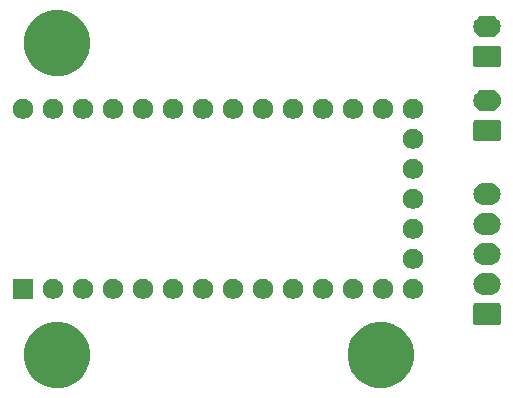
<source format=gts>
G04 #@! TF.GenerationSoftware,KiCad,Pcbnew,5.1.2*
G04 #@! TF.CreationDate,2019-05-29T15:55:21-05:00*
G04 #@! TF.ProjectId,VaneController,56616e65-436f-46e7-9472-6f6c6c65722e,rev?*
G04 #@! TF.SameCoordinates,Original*
G04 #@! TF.FileFunction,Soldermask,Top*
G04 #@! TF.FilePolarity,Negative*
%FSLAX46Y46*%
G04 Gerber Fmt 4.6, Leading zero omitted, Abs format (unit mm)*
G04 Created by KiCad (PCBNEW 5.1.2) date 2019-05-29 15:55:21*
%MOMM*%
%LPD*%
G04 APERTURE LIST*
%ADD10C,0.100000*%
G04 APERTURE END LIST*
D10*
G36*
X181817021Y-68506640D02*
G01*
X182180103Y-68657034D01*
X182326771Y-68717786D01*
X182785534Y-69024321D01*
X183175679Y-69414466D01*
X183482214Y-69873229D01*
X183482215Y-69873231D01*
X183693360Y-70382979D01*
X183801000Y-70924124D01*
X183801000Y-71475876D01*
X183693360Y-72017021D01*
X183482215Y-72526769D01*
X183482214Y-72526771D01*
X183175679Y-72985534D01*
X182785534Y-73375679D01*
X182326771Y-73682214D01*
X182326770Y-73682215D01*
X182326769Y-73682215D01*
X181817021Y-73893360D01*
X181275876Y-74001000D01*
X180724124Y-74001000D01*
X180182979Y-73893360D01*
X179673231Y-73682215D01*
X179673230Y-73682215D01*
X179673229Y-73682214D01*
X179214466Y-73375679D01*
X178824321Y-72985534D01*
X178517786Y-72526771D01*
X178517785Y-72526769D01*
X178306640Y-72017021D01*
X178199000Y-71475876D01*
X178199000Y-70924124D01*
X178306640Y-70382979D01*
X178517785Y-69873231D01*
X178517786Y-69873229D01*
X178824321Y-69414466D01*
X179214466Y-69024321D01*
X179673229Y-68717786D01*
X179819897Y-68657034D01*
X180182979Y-68506640D01*
X180724124Y-68399000D01*
X181275876Y-68399000D01*
X181817021Y-68506640D01*
X181817021Y-68506640D01*
G37*
G36*
X154417021Y-68506640D02*
G01*
X154780103Y-68657034D01*
X154926771Y-68717786D01*
X155385534Y-69024321D01*
X155775679Y-69414466D01*
X156082214Y-69873229D01*
X156082215Y-69873231D01*
X156293360Y-70382979D01*
X156401000Y-70924124D01*
X156401000Y-71475876D01*
X156293360Y-72017021D01*
X156082215Y-72526769D01*
X156082214Y-72526771D01*
X155775679Y-72985534D01*
X155385534Y-73375679D01*
X154926771Y-73682214D01*
X154926770Y-73682215D01*
X154926769Y-73682215D01*
X154417021Y-73893360D01*
X153875876Y-74001000D01*
X153324124Y-74001000D01*
X152782979Y-73893360D01*
X152273231Y-73682215D01*
X152273230Y-73682215D01*
X152273229Y-73682214D01*
X151814466Y-73375679D01*
X151424321Y-72985534D01*
X151117786Y-72526771D01*
X151117785Y-72526769D01*
X150906640Y-72017021D01*
X150799000Y-71475876D01*
X150799000Y-70924124D01*
X150906640Y-70382979D01*
X151117785Y-69873231D01*
X151117786Y-69873229D01*
X151424321Y-69414466D01*
X151814466Y-69024321D01*
X152273229Y-68717786D01*
X152419897Y-68657034D01*
X152782979Y-68506640D01*
X153324124Y-68399000D01*
X153875876Y-68399000D01*
X154417021Y-68506640D01*
X154417021Y-68506640D01*
G37*
G36*
X191001561Y-66822966D02*
G01*
X191034383Y-66832923D01*
X191064632Y-66849092D01*
X191091148Y-66870852D01*
X191112908Y-66897368D01*
X191129077Y-66927617D01*
X191139034Y-66960439D01*
X191143000Y-67000713D01*
X191143000Y-68479287D01*
X191139034Y-68519561D01*
X191129077Y-68552383D01*
X191112908Y-68582632D01*
X191091148Y-68609148D01*
X191064632Y-68630908D01*
X191034383Y-68647077D01*
X191001561Y-68657034D01*
X190961287Y-68661000D01*
X189022713Y-68661000D01*
X188982439Y-68657034D01*
X188949617Y-68647077D01*
X188919368Y-68630908D01*
X188892852Y-68609148D01*
X188871092Y-68582632D01*
X188854923Y-68552383D01*
X188844966Y-68519561D01*
X188841000Y-68479287D01*
X188841000Y-67000713D01*
X188844966Y-66960439D01*
X188854923Y-66927617D01*
X188871092Y-66897368D01*
X188892852Y-66870852D01*
X188919368Y-66849092D01*
X188949617Y-66832923D01*
X188982439Y-66822966D01*
X189022713Y-66819000D01*
X190961287Y-66819000D01*
X191001561Y-66822966D01*
X191001561Y-66822966D01*
G37*
G36*
X153485229Y-64788704D02*
G01*
X153640101Y-64852854D01*
X153779482Y-64945986D01*
X153898016Y-65064520D01*
X153991148Y-65203901D01*
X154055298Y-65358773D01*
X154088001Y-65523185D01*
X154088001Y-65690817D01*
X154055298Y-65855229D01*
X153991148Y-66010101D01*
X153898016Y-66149482D01*
X153779482Y-66268016D01*
X153640101Y-66361148D01*
X153485229Y-66425298D01*
X153320817Y-66458001D01*
X153153185Y-66458001D01*
X152988773Y-66425298D01*
X152833901Y-66361148D01*
X152694520Y-66268016D01*
X152575986Y-66149482D01*
X152482854Y-66010101D01*
X152418704Y-65855229D01*
X152386001Y-65690817D01*
X152386001Y-65523185D01*
X152418704Y-65358773D01*
X152482854Y-65203901D01*
X152575986Y-65064520D01*
X152694520Y-64945986D01*
X152833901Y-64852854D01*
X152988773Y-64788704D01*
X153153185Y-64756001D01*
X153320817Y-64756001D01*
X153485229Y-64788704D01*
X153485229Y-64788704D01*
G37*
G36*
X151548001Y-66458001D02*
G01*
X149846001Y-66458001D01*
X149846001Y-64756001D01*
X151548001Y-64756001D01*
X151548001Y-66458001D01*
X151548001Y-66458001D01*
G37*
G36*
X183965229Y-64788704D02*
G01*
X184120101Y-64852854D01*
X184259482Y-64945986D01*
X184378016Y-65064520D01*
X184471148Y-65203901D01*
X184535298Y-65358773D01*
X184568001Y-65523185D01*
X184568001Y-65690817D01*
X184535298Y-65855229D01*
X184471148Y-66010101D01*
X184378016Y-66149482D01*
X184259482Y-66268016D01*
X184120101Y-66361148D01*
X183965229Y-66425298D01*
X183800817Y-66458001D01*
X183633185Y-66458001D01*
X183468773Y-66425298D01*
X183313901Y-66361148D01*
X183174520Y-66268016D01*
X183055986Y-66149482D01*
X182962854Y-66010101D01*
X182898704Y-65855229D01*
X182866001Y-65690817D01*
X182866001Y-65523185D01*
X182898704Y-65358773D01*
X182962854Y-65203901D01*
X183055986Y-65064520D01*
X183174520Y-64945986D01*
X183313901Y-64852854D01*
X183468773Y-64788704D01*
X183633185Y-64756001D01*
X183800817Y-64756001D01*
X183965229Y-64788704D01*
X183965229Y-64788704D01*
G37*
G36*
X181425229Y-64788704D02*
G01*
X181580101Y-64852854D01*
X181719482Y-64945986D01*
X181838016Y-65064520D01*
X181931148Y-65203901D01*
X181995298Y-65358773D01*
X182028001Y-65523185D01*
X182028001Y-65690817D01*
X181995298Y-65855229D01*
X181931148Y-66010101D01*
X181838016Y-66149482D01*
X181719482Y-66268016D01*
X181580101Y-66361148D01*
X181425229Y-66425298D01*
X181260817Y-66458001D01*
X181093185Y-66458001D01*
X180928773Y-66425298D01*
X180773901Y-66361148D01*
X180634520Y-66268016D01*
X180515986Y-66149482D01*
X180422854Y-66010101D01*
X180358704Y-65855229D01*
X180326001Y-65690817D01*
X180326001Y-65523185D01*
X180358704Y-65358773D01*
X180422854Y-65203901D01*
X180515986Y-65064520D01*
X180634520Y-64945986D01*
X180773901Y-64852854D01*
X180928773Y-64788704D01*
X181093185Y-64756001D01*
X181260817Y-64756001D01*
X181425229Y-64788704D01*
X181425229Y-64788704D01*
G37*
G36*
X178885229Y-64788704D02*
G01*
X179040101Y-64852854D01*
X179179482Y-64945986D01*
X179298016Y-65064520D01*
X179391148Y-65203901D01*
X179455298Y-65358773D01*
X179488001Y-65523185D01*
X179488001Y-65690817D01*
X179455298Y-65855229D01*
X179391148Y-66010101D01*
X179298016Y-66149482D01*
X179179482Y-66268016D01*
X179040101Y-66361148D01*
X178885229Y-66425298D01*
X178720817Y-66458001D01*
X178553185Y-66458001D01*
X178388773Y-66425298D01*
X178233901Y-66361148D01*
X178094520Y-66268016D01*
X177975986Y-66149482D01*
X177882854Y-66010101D01*
X177818704Y-65855229D01*
X177786001Y-65690817D01*
X177786001Y-65523185D01*
X177818704Y-65358773D01*
X177882854Y-65203901D01*
X177975986Y-65064520D01*
X178094520Y-64945986D01*
X178233901Y-64852854D01*
X178388773Y-64788704D01*
X178553185Y-64756001D01*
X178720817Y-64756001D01*
X178885229Y-64788704D01*
X178885229Y-64788704D01*
G37*
G36*
X176345229Y-64788704D02*
G01*
X176500101Y-64852854D01*
X176639482Y-64945986D01*
X176758016Y-65064520D01*
X176851148Y-65203901D01*
X176915298Y-65358773D01*
X176948001Y-65523185D01*
X176948001Y-65690817D01*
X176915298Y-65855229D01*
X176851148Y-66010101D01*
X176758016Y-66149482D01*
X176639482Y-66268016D01*
X176500101Y-66361148D01*
X176345229Y-66425298D01*
X176180817Y-66458001D01*
X176013185Y-66458001D01*
X175848773Y-66425298D01*
X175693901Y-66361148D01*
X175554520Y-66268016D01*
X175435986Y-66149482D01*
X175342854Y-66010101D01*
X175278704Y-65855229D01*
X175246001Y-65690817D01*
X175246001Y-65523185D01*
X175278704Y-65358773D01*
X175342854Y-65203901D01*
X175435986Y-65064520D01*
X175554520Y-64945986D01*
X175693901Y-64852854D01*
X175848773Y-64788704D01*
X176013185Y-64756001D01*
X176180817Y-64756001D01*
X176345229Y-64788704D01*
X176345229Y-64788704D01*
G37*
G36*
X173805229Y-64788704D02*
G01*
X173960101Y-64852854D01*
X174099482Y-64945986D01*
X174218016Y-65064520D01*
X174311148Y-65203901D01*
X174375298Y-65358773D01*
X174408001Y-65523185D01*
X174408001Y-65690817D01*
X174375298Y-65855229D01*
X174311148Y-66010101D01*
X174218016Y-66149482D01*
X174099482Y-66268016D01*
X173960101Y-66361148D01*
X173805229Y-66425298D01*
X173640817Y-66458001D01*
X173473185Y-66458001D01*
X173308773Y-66425298D01*
X173153901Y-66361148D01*
X173014520Y-66268016D01*
X172895986Y-66149482D01*
X172802854Y-66010101D01*
X172738704Y-65855229D01*
X172706001Y-65690817D01*
X172706001Y-65523185D01*
X172738704Y-65358773D01*
X172802854Y-65203901D01*
X172895986Y-65064520D01*
X173014520Y-64945986D01*
X173153901Y-64852854D01*
X173308773Y-64788704D01*
X173473185Y-64756001D01*
X173640817Y-64756001D01*
X173805229Y-64788704D01*
X173805229Y-64788704D01*
G37*
G36*
X171265229Y-64788704D02*
G01*
X171420101Y-64852854D01*
X171559482Y-64945986D01*
X171678016Y-65064520D01*
X171771148Y-65203901D01*
X171835298Y-65358773D01*
X171868001Y-65523185D01*
X171868001Y-65690817D01*
X171835298Y-65855229D01*
X171771148Y-66010101D01*
X171678016Y-66149482D01*
X171559482Y-66268016D01*
X171420101Y-66361148D01*
X171265229Y-66425298D01*
X171100817Y-66458001D01*
X170933185Y-66458001D01*
X170768773Y-66425298D01*
X170613901Y-66361148D01*
X170474520Y-66268016D01*
X170355986Y-66149482D01*
X170262854Y-66010101D01*
X170198704Y-65855229D01*
X170166001Y-65690817D01*
X170166001Y-65523185D01*
X170198704Y-65358773D01*
X170262854Y-65203901D01*
X170355986Y-65064520D01*
X170474520Y-64945986D01*
X170613901Y-64852854D01*
X170768773Y-64788704D01*
X170933185Y-64756001D01*
X171100817Y-64756001D01*
X171265229Y-64788704D01*
X171265229Y-64788704D01*
G37*
G36*
X168725229Y-64788704D02*
G01*
X168880101Y-64852854D01*
X169019482Y-64945986D01*
X169138016Y-65064520D01*
X169231148Y-65203901D01*
X169295298Y-65358773D01*
X169328001Y-65523185D01*
X169328001Y-65690817D01*
X169295298Y-65855229D01*
X169231148Y-66010101D01*
X169138016Y-66149482D01*
X169019482Y-66268016D01*
X168880101Y-66361148D01*
X168725229Y-66425298D01*
X168560817Y-66458001D01*
X168393185Y-66458001D01*
X168228773Y-66425298D01*
X168073901Y-66361148D01*
X167934520Y-66268016D01*
X167815986Y-66149482D01*
X167722854Y-66010101D01*
X167658704Y-65855229D01*
X167626001Y-65690817D01*
X167626001Y-65523185D01*
X167658704Y-65358773D01*
X167722854Y-65203901D01*
X167815986Y-65064520D01*
X167934520Y-64945986D01*
X168073901Y-64852854D01*
X168228773Y-64788704D01*
X168393185Y-64756001D01*
X168560817Y-64756001D01*
X168725229Y-64788704D01*
X168725229Y-64788704D01*
G37*
G36*
X166185229Y-64788704D02*
G01*
X166340101Y-64852854D01*
X166479482Y-64945986D01*
X166598016Y-65064520D01*
X166691148Y-65203901D01*
X166755298Y-65358773D01*
X166788001Y-65523185D01*
X166788001Y-65690817D01*
X166755298Y-65855229D01*
X166691148Y-66010101D01*
X166598016Y-66149482D01*
X166479482Y-66268016D01*
X166340101Y-66361148D01*
X166185229Y-66425298D01*
X166020817Y-66458001D01*
X165853185Y-66458001D01*
X165688773Y-66425298D01*
X165533901Y-66361148D01*
X165394520Y-66268016D01*
X165275986Y-66149482D01*
X165182854Y-66010101D01*
X165118704Y-65855229D01*
X165086001Y-65690817D01*
X165086001Y-65523185D01*
X165118704Y-65358773D01*
X165182854Y-65203901D01*
X165275986Y-65064520D01*
X165394520Y-64945986D01*
X165533901Y-64852854D01*
X165688773Y-64788704D01*
X165853185Y-64756001D01*
X166020817Y-64756001D01*
X166185229Y-64788704D01*
X166185229Y-64788704D01*
G37*
G36*
X163645229Y-64788704D02*
G01*
X163800101Y-64852854D01*
X163939482Y-64945986D01*
X164058016Y-65064520D01*
X164151148Y-65203901D01*
X164215298Y-65358773D01*
X164248001Y-65523185D01*
X164248001Y-65690817D01*
X164215298Y-65855229D01*
X164151148Y-66010101D01*
X164058016Y-66149482D01*
X163939482Y-66268016D01*
X163800101Y-66361148D01*
X163645229Y-66425298D01*
X163480817Y-66458001D01*
X163313185Y-66458001D01*
X163148773Y-66425298D01*
X162993901Y-66361148D01*
X162854520Y-66268016D01*
X162735986Y-66149482D01*
X162642854Y-66010101D01*
X162578704Y-65855229D01*
X162546001Y-65690817D01*
X162546001Y-65523185D01*
X162578704Y-65358773D01*
X162642854Y-65203901D01*
X162735986Y-65064520D01*
X162854520Y-64945986D01*
X162993901Y-64852854D01*
X163148773Y-64788704D01*
X163313185Y-64756001D01*
X163480817Y-64756001D01*
X163645229Y-64788704D01*
X163645229Y-64788704D01*
G37*
G36*
X161105229Y-64788704D02*
G01*
X161260101Y-64852854D01*
X161399482Y-64945986D01*
X161518016Y-65064520D01*
X161611148Y-65203901D01*
X161675298Y-65358773D01*
X161708001Y-65523185D01*
X161708001Y-65690817D01*
X161675298Y-65855229D01*
X161611148Y-66010101D01*
X161518016Y-66149482D01*
X161399482Y-66268016D01*
X161260101Y-66361148D01*
X161105229Y-66425298D01*
X160940817Y-66458001D01*
X160773185Y-66458001D01*
X160608773Y-66425298D01*
X160453901Y-66361148D01*
X160314520Y-66268016D01*
X160195986Y-66149482D01*
X160102854Y-66010101D01*
X160038704Y-65855229D01*
X160006001Y-65690817D01*
X160006001Y-65523185D01*
X160038704Y-65358773D01*
X160102854Y-65203901D01*
X160195986Y-65064520D01*
X160314520Y-64945986D01*
X160453901Y-64852854D01*
X160608773Y-64788704D01*
X160773185Y-64756001D01*
X160940817Y-64756001D01*
X161105229Y-64788704D01*
X161105229Y-64788704D01*
G37*
G36*
X158565229Y-64788704D02*
G01*
X158720101Y-64852854D01*
X158859482Y-64945986D01*
X158978016Y-65064520D01*
X159071148Y-65203901D01*
X159135298Y-65358773D01*
X159168001Y-65523185D01*
X159168001Y-65690817D01*
X159135298Y-65855229D01*
X159071148Y-66010101D01*
X158978016Y-66149482D01*
X158859482Y-66268016D01*
X158720101Y-66361148D01*
X158565229Y-66425298D01*
X158400817Y-66458001D01*
X158233185Y-66458001D01*
X158068773Y-66425298D01*
X157913901Y-66361148D01*
X157774520Y-66268016D01*
X157655986Y-66149482D01*
X157562854Y-66010101D01*
X157498704Y-65855229D01*
X157466001Y-65690817D01*
X157466001Y-65523185D01*
X157498704Y-65358773D01*
X157562854Y-65203901D01*
X157655986Y-65064520D01*
X157774520Y-64945986D01*
X157913901Y-64852854D01*
X158068773Y-64788704D01*
X158233185Y-64756001D01*
X158400817Y-64756001D01*
X158565229Y-64788704D01*
X158565229Y-64788704D01*
G37*
G36*
X156025229Y-64788704D02*
G01*
X156180101Y-64852854D01*
X156319482Y-64945986D01*
X156438016Y-65064520D01*
X156531148Y-65203901D01*
X156595298Y-65358773D01*
X156628001Y-65523185D01*
X156628001Y-65690817D01*
X156595298Y-65855229D01*
X156531148Y-66010101D01*
X156438016Y-66149482D01*
X156319482Y-66268016D01*
X156180101Y-66361148D01*
X156025229Y-66425298D01*
X155860817Y-66458001D01*
X155693185Y-66458001D01*
X155528773Y-66425298D01*
X155373901Y-66361148D01*
X155234520Y-66268016D01*
X155115986Y-66149482D01*
X155022854Y-66010101D01*
X154958704Y-65855229D01*
X154926001Y-65690817D01*
X154926001Y-65523185D01*
X154958704Y-65358773D01*
X155022854Y-65203901D01*
X155115986Y-65064520D01*
X155234520Y-64945986D01*
X155373901Y-64852854D01*
X155528773Y-64788704D01*
X155693185Y-64756001D01*
X155860817Y-64756001D01*
X156025229Y-64788704D01*
X156025229Y-64788704D01*
G37*
G36*
X190312345Y-64283442D02*
G01*
X190402548Y-64292326D01*
X190576157Y-64344990D01*
X190736156Y-64430511D01*
X190779729Y-64466271D01*
X190876397Y-64545603D01*
X190955729Y-64642271D01*
X190991489Y-64685844D01*
X191077010Y-64845843D01*
X191129674Y-65019452D01*
X191147456Y-65200000D01*
X191129674Y-65380548D01*
X191077010Y-65554157D01*
X190991489Y-65714156D01*
X190955729Y-65757729D01*
X190876397Y-65854397D01*
X190779729Y-65933729D01*
X190736156Y-65969489D01*
X190576157Y-66055010D01*
X190402548Y-66107674D01*
X190312345Y-66116558D01*
X190267245Y-66121000D01*
X189716755Y-66121000D01*
X189671655Y-66116558D01*
X189581452Y-66107674D01*
X189407843Y-66055010D01*
X189247844Y-65969489D01*
X189204271Y-65933729D01*
X189107603Y-65854397D01*
X189028271Y-65757729D01*
X188992511Y-65714156D01*
X188906990Y-65554157D01*
X188854326Y-65380548D01*
X188836544Y-65200000D01*
X188854326Y-65019452D01*
X188906990Y-64845843D01*
X188992511Y-64685844D01*
X189028271Y-64642271D01*
X189107603Y-64545603D01*
X189204271Y-64466271D01*
X189247844Y-64430511D01*
X189407843Y-64344990D01*
X189581452Y-64292326D01*
X189671655Y-64283442D01*
X189716755Y-64279000D01*
X190267245Y-64279000D01*
X190312345Y-64283442D01*
X190312345Y-64283442D01*
G37*
G36*
X183965229Y-62248704D02*
G01*
X184120101Y-62312854D01*
X184259482Y-62405986D01*
X184378016Y-62524520D01*
X184471148Y-62663901D01*
X184535298Y-62818773D01*
X184568001Y-62983185D01*
X184568001Y-63150817D01*
X184535298Y-63315229D01*
X184471148Y-63470101D01*
X184378016Y-63609482D01*
X184259482Y-63728016D01*
X184120101Y-63821148D01*
X183965229Y-63885298D01*
X183800817Y-63918001D01*
X183633185Y-63918001D01*
X183468773Y-63885298D01*
X183313901Y-63821148D01*
X183174520Y-63728016D01*
X183055986Y-63609482D01*
X182962854Y-63470101D01*
X182898704Y-63315229D01*
X182866001Y-63150817D01*
X182866001Y-62983185D01*
X182898704Y-62818773D01*
X182962854Y-62663901D01*
X183055986Y-62524520D01*
X183174520Y-62405986D01*
X183313901Y-62312854D01*
X183468773Y-62248704D01*
X183633185Y-62216001D01*
X183800817Y-62216001D01*
X183965229Y-62248704D01*
X183965229Y-62248704D01*
G37*
G36*
X190312345Y-61743442D02*
G01*
X190402548Y-61752326D01*
X190576157Y-61804990D01*
X190736156Y-61890511D01*
X190779729Y-61926271D01*
X190876397Y-62005603D01*
X190955729Y-62102271D01*
X190991489Y-62145844D01*
X191077010Y-62305843D01*
X191129674Y-62479452D01*
X191147456Y-62660000D01*
X191129674Y-62840548D01*
X191077010Y-63014157D01*
X190991489Y-63174156D01*
X190955729Y-63217729D01*
X190876397Y-63314397D01*
X190779729Y-63393729D01*
X190736156Y-63429489D01*
X190576157Y-63515010D01*
X190402548Y-63567674D01*
X190312345Y-63576558D01*
X190267245Y-63581000D01*
X189716755Y-63581000D01*
X189671655Y-63576558D01*
X189581452Y-63567674D01*
X189407843Y-63515010D01*
X189247844Y-63429489D01*
X189204271Y-63393729D01*
X189107603Y-63314397D01*
X189028271Y-63217729D01*
X188992511Y-63174156D01*
X188906990Y-63014157D01*
X188854326Y-62840548D01*
X188836544Y-62660000D01*
X188854326Y-62479452D01*
X188906990Y-62305843D01*
X188992511Y-62145844D01*
X189028271Y-62102271D01*
X189107603Y-62005603D01*
X189204271Y-61926271D01*
X189247844Y-61890511D01*
X189407843Y-61804990D01*
X189581452Y-61752326D01*
X189671655Y-61743442D01*
X189716755Y-61739000D01*
X190267245Y-61739000D01*
X190312345Y-61743442D01*
X190312345Y-61743442D01*
G37*
G36*
X183965229Y-59708704D02*
G01*
X184120101Y-59772854D01*
X184259482Y-59865986D01*
X184378016Y-59984520D01*
X184471148Y-60123901D01*
X184535298Y-60278773D01*
X184568001Y-60443185D01*
X184568001Y-60610817D01*
X184535298Y-60775229D01*
X184471148Y-60930101D01*
X184378016Y-61069482D01*
X184259482Y-61188016D01*
X184120101Y-61281148D01*
X183965229Y-61345298D01*
X183800817Y-61378001D01*
X183633185Y-61378001D01*
X183468773Y-61345298D01*
X183313901Y-61281148D01*
X183174520Y-61188016D01*
X183055986Y-61069482D01*
X182962854Y-60930101D01*
X182898704Y-60775229D01*
X182866001Y-60610817D01*
X182866001Y-60443185D01*
X182898704Y-60278773D01*
X182962854Y-60123901D01*
X183055986Y-59984520D01*
X183174520Y-59865986D01*
X183313901Y-59772854D01*
X183468773Y-59708704D01*
X183633185Y-59676001D01*
X183800817Y-59676001D01*
X183965229Y-59708704D01*
X183965229Y-59708704D01*
G37*
G36*
X190312345Y-59203442D02*
G01*
X190402548Y-59212326D01*
X190576157Y-59264990D01*
X190736156Y-59350511D01*
X190779729Y-59386271D01*
X190876397Y-59465603D01*
X190955729Y-59562271D01*
X190991489Y-59605844D01*
X191077010Y-59765843D01*
X191129674Y-59939452D01*
X191147456Y-60120000D01*
X191129674Y-60300548D01*
X191077010Y-60474157D01*
X190991489Y-60634156D01*
X190955729Y-60677729D01*
X190876397Y-60774397D01*
X190779729Y-60853729D01*
X190736156Y-60889489D01*
X190576157Y-60975010D01*
X190402548Y-61027674D01*
X190312345Y-61036558D01*
X190267245Y-61041000D01*
X189716755Y-61041000D01*
X189671655Y-61036558D01*
X189581452Y-61027674D01*
X189407843Y-60975010D01*
X189247844Y-60889489D01*
X189204271Y-60853729D01*
X189107603Y-60774397D01*
X189028271Y-60677729D01*
X188992511Y-60634156D01*
X188906990Y-60474157D01*
X188854326Y-60300548D01*
X188836544Y-60120000D01*
X188854326Y-59939452D01*
X188906990Y-59765843D01*
X188992511Y-59605844D01*
X189028271Y-59562271D01*
X189107603Y-59465603D01*
X189204271Y-59386271D01*
X189247844Y-59350511D01*
X189407843Y-59264990D01*
X189581452Y-59212326D01*
X189671655Y-59203442D01*
X189716755Y-59199000D01*
X190267245Y-59199000D01*
X190312345Y-59203442D01*
X190312345Y-59203442D01*
G37*
G36*
X183965229Y-57168704D02*
G01*
X184120101Y-57232854D01*
X184259482Y-57325986D01*
X184378016Y-57444520D01*
X184471148Y-57583901D01*
X184535298Y-57738773D01*
X184568001Y-57903185D01*
X184568001Y-58070817D01*
X184535298Y-58235229D01*
X184471148Y-58390101D01*
X184378016Y-58529482D01*
X184259482Y-58648016D01*
X184120101Y-58741148D01*
X183965229Y-58805298D01*
X183800817Y-58838001D01*
X183633185Y-58838001D01*
X183468773Y-58805298D01*
X183313901Y-58741148D01*
X183174520Y-58648016D01*
X183055986Y-58529482D01*
X182962854Y-58390101D01*
X182898704Y-58235229D01*
X182866001Y-58070817D01*
X182866001Y-57903185D01*
X182898704Y-57738773D01*
X182962854Y-57583901D01*
X183055986Y-57444520D01*
X183174520Y-57325986D01*
X183313901Y-57232854D01*
X183468773Y-57168704D01*
X183633185Y-57136001D01*
X183800817Y-57136001D01*
X183965229Y-57168704D01*
X183965229Y-57168704D01*
G37*
G36*
X190312345Y-56663442D02*
G01*
X190402548Y-56672326D01*
X190576157Y-56724990D01*
X190736156Y-56810511D01*
X190779729Y-56846271D01*
X190876397Y-56925603D01*
X190955729Y-57022271D01*
X190991489Y-57065844D01*
X191077010Y-57225843D01*
X191129674Y-57399452D01*
X191147456Y-57580000D01*
X191129674Y-57760548D01*
X191077010Y-57934157D01*
X190991489Y-58094156D01*
X190955729Y-58137729D01*
X190876397Y-58234397D01*
X190779729Y-58313729D01*
X190736156Y-58349489D01*
X190576157Y-58435010D01*
X190402548Y-58487674D01*
X190312345Y-58496558D01*
X190267245Y-58501000D01*
X189716755Y-58501000D01*
X189671655Y-58496558D01*
X189581452Y-58487674D01*
X189407843Y-58435010D01*
X189247844Y-58349489D01*
X189204271Y-58313729D01*
X189107603Y-58234397D01*
X189028271Y-58137729D01*
X188992511Y-58094156D01*
X188906990Y-57934157D01*
X188854326Y-57760548D01*
X188836544Y-57580000D01*
X188854326Y-57399452D01*
X188906990Y-57225843D01*
X188992511Y-57065844D01*
X189028271Y-57022271D01*
X189107603Y-56925603D01*
X189204271Y-56846271D01*
X189247844Y-56810511D01*
X189407843Y-56724990D01*
X189581452Y-56672326D01*
X189671655Y-56663442D01*
X189716755Y-56659000D01*
X190267245Y-56659000D01*
X190312345Y-56663442D01*
X190312345Y-56663442D01*
G37*
G36*
X183965229Y-54628704D02*
G01*
X184120101Y-54692854D01*
X184259482Y-54785986D01*
X184378016Y-54904520D01*
X184471148Y-55043901D01*
X184535298Y-55198773D01*
X184568001Y-55363185D01*
X184568001Y-55530817D01*
X184535298Y-55695229D01*
X184471148Y-55850101D01*
X184378016Y-55989482D01*
X184259482Y-56108016D01*
X184120101Y-56201148D01*
X183965229Y-56265298D01*
X183800817Y-56298001D01*
X183633185Y-56298001D01*
X183468773Y-56265298D01*
X183313901Y-56201148D01*
X183174520Y-56108016D01*
X183055986Y-55989482D01*
X182962854Y-55850101D01*
X182898704Y-55695229D01*
X182866001Y-55530817D01*
X182866001Y-55363185D01*
X182898704Y-55198773D01*
X182962854Y-55043901D01*
X183055986Y-54904520D01*
X183174520Y-54785986D01*
X183313901Y-54692854D01*
X183468773Y-54628704D01*
X183633185Y-54596001D01*
X183800817Y-54596001D01*
X183965229Y-54628704D01*
X183965229Y-54628704D01*
G37*
G36*
X183965229Y-52088704D02*
G01*
X184120101Y-52152854D01*
X184259482Y-52245986D01*
X184378016Y-52364520D01*
X184471148Y-52503901D01*
X184535298Y-52658773D01*
X184568001Y-52823185D01*
X184568001Y-52990817D01*
X184535298Y-53155229D01*
X184471148Y-53310101D01*
X184378016Y-53449482D01*
X184259482Y-53568016D01*
X184120101Y-53661148D01*
X183965229Y-53725298D01*
X183800817Y-53758001D01*
X183633185Y-53758001D01*
X183468773Y-53725298D01*
X183313901Y-53661148D01*
X183174520Y-53568016D01*
X183055986Y-53449482D01*
X182962854Y-53310101D01*
X182898704Y-53155229D01*
X182866001Y-52990817D01*
X182866001Y-52823185D01*
X182898704Y-52658773D01*
X182962854Y-52503901D01*
X183055986Y-52364520D01*
X183174520Y-52245986D01*
X183313901Y-52152854D01*
X183468773Y-52088704D01*
X183633185Y-52056001D01*
X183800817Y-52056001D01*
X183965229Y-52088704D01*
X183965229Y-52088704D01*
G37*
G36*
X191009561Y-51282966D02*
G01*
X191042383Y-51292923D01*
X191072632Y-51309092D01*
X191099148Y-51330852D01*
X191120908Y-51357368D01*
X191137077Y-51387617D01*
X191147034Y-51420439D01*
X191151000Y-51460713D01*
X191151000Y-52939287D01*
X191147034Y-52979561D01*
X191137077Y-53012383D01*
X191120908Y-53042632D01*
X191099148Y-53069148D01*
X191072632Y-53090908D01*
X191042383Y-53107077D01*
X191009561Y-53117034D01*
X190969287Y-53121000D01*
X189030713Y-53121000D01*
X188990439Y-53117034D01*
X188957617Y-53107077D01*
X188927368Y-53090908D01*
X188900852Y-53069148D01*
X188879092Y-53042632D01*
X188862923Y-53012383D01*
X188852966Y-52979561D01*
X188849000Y-52939287D01*
X188849000Y-51460713D01*
X188852966Y-51420439D01*
X188862923Y-51387617D01*
X188879092Y-51357368D01*
X188900852Y-51330852D01*
X188927368Y-51309092D01*
X188957617Y-51292923D01*
X188990439Y-51282966D01*
X189030713Y-51279000D01*
X190969287Y-51279000D01*
X191009561Y-51282966D01*
X191009561Y-51282966D01*
G37*
G36*
X168725229Y-49548704D02*
G01*
X168880101Y-49612854D01*
X169019482Y-49705986D01*
X169138016Y-49824520D01*
X169231148Y-49963901D01*
X169295298Y-50118773D01*
X169328001Y-50283185D01*
X169328001Y-50450817D01*
X169295298Y-50615229D01*
X169231148Y-50770101D01*
X169138016Y-50909482D01*
X169019482Y-51028016D01*
X168880101Y-51121148D01*
X168725229Y-51185298D01*
X168560817Y-51218001D01*
X168393185Y-51218001D01*
X168228773Y-51185298D01*
X168073901Y-51121148D01*
X167934520Y-51028016D01*
X167815986Y-50909482D01*
X167722854Y-50770101D01*
X167658704Y-50615229D01*
X167626001Y-50450817D01*
X167626001Y-50283185D01*
X167658704Y-50118773D01*
X167722854Y-49963901D01*
X167815986Y-49824520D01*
X167934520Y-49705986D01*
X168073901Y-49612854D01*
X168228773Y-49548704D01*
X168393185Y-49516001D01*
X168560817Y-49516001D01*
X168725229Y-49548704D01*
X168725229Y-49548704D01*
G37*
G36*
X166185229Y-49548704D02*
G01*
X166340101Y-49612854D01*
X166479482Y-49705986D01*
X166598016Y-49824520D01*
X166691148Y-49963901D01*
X166755298Y-50118773D01*
X166788001Y-50283185D01*
X166788001Y-50450817D01*
X166755298Y-50615229D01*
X166691148Y-50770101D01*
X166598016Y-50909482D01*
X166479482Y-51028016D01*
X166340101Y-51121148D01*
X166185229Y-51185298D01*
X166020817Y-51218001D01*
X165853185Y-51218001D01*
X165688773Y-51185298D01*
X165533901Y-51121148D01*
X165394520Y-51028016D01*
X165275986Y-50909482D01*
X165182854Y-50770101D01*
X165118704Y-50615229D01*
X165086001Y-50450817D01*
X165086001Y-50283185D01*
X165118704Y-50118773D01*
X165182854Y-49963901D01*
X165275986Y-49824520D01*
X165394520Y-49705986D01*
X165533901Y-49612854D01*
X165688773Y-49548704D01*
X165853185Y-49516001D01*
X166020817Y-49516001D01*
X166185229Y-49548704D01*
X166185229Y-49548704D01*
G37*
G36*
X171265229Y-49548704D02*
G01*
X171420101Y-49612854D01*
X171559482Y-49705986D01*
X171678016Y-49824520D01*
X171771148Y-49963901D01*
X171835298Y-50118773D01*
X171868001Y-50283185D01*
X171868001Y-50450817D01*
X171835298Y-50615229D01*
X171771148Y-50770101D01*
X171678016Y-50909482D01*
X171559482Y-51028016D01*
X171420101Y-51121148D01*
X171265229Y-51185298D01*
X171100817Y-51218001D01*
X170933185Y-51218001D01*
X170768773Y-51185298D01*
X170613901Y-51121148D01*
X170474520Y-51028016D01*
X170355986Y-50909482D01*
X170262854Y-50770101D01*
X170198704Y-50615229D01*
X170166001Y-50450817D01*
X170166001Y-50283185D01*
X170198704Y-50118773D01*
X170262854Y-49963901D01*
X170355986Y-49824520D01*
X170474520Y-49705986D01*
X170613901Y-49612854D01*
X170768773Y-49548704D01*
X170933185Y-49516001D01*
X171100817Y-49516001D01*
X171265229Y-49548704D01*
X171265229Y-49548704D01*
G37*
G36*
X173805229Y-49548704D02*
G01*
X173960101Y-49612854D01*
X174099482Y-49705986D01*
X174218016Y-49824520D01*
X174311148Y-49963901D01*
X174375298Y-50118773D01*
X174408001Y-50283185D01*
X174408001Y-50450817D01*
X174375298Y-50615229D01*
X174311148Y-50770101D01*
X174218016Y-50909482D01*
X174099482Y-51028016D01*
X173960101Y-51121148D01*
X173805229Y-51185298D01*
X173640817Y-51218001D01*
X173473185Y-51218001D01*
X173308773Y-51185298D01*
X173153901Y-51121148D01*
X173014520Y-51028016D01*
X172895986Y-50909482D01*
X172802854Y-50770101D01*
X172738704Y-50615229D01*
X172706001Y-50450817D01*
X172706001Y-50283185D01*
X172738704Y-50118773D01*
X172802854Y-49963901D01*
X172895986Y-49824520D01*
X173014520Y-49705986D01*
X173153901Y-49612854D01*
X173308773Y-49548704D01*
X173473185Y-49516001D01*
X173640817Y-49516001D01*
X173805229Y-49548704D01*
X173805229Y-49548704D01*
G37*
G36*
X176345229Y-49548704D02*
G01*
X176500101Y-49612854D01*
X176639482Y-49705986D01*
X176758016Y-49824520D01*
X176851148Y-49963901D01*
X176915298Y-50118773D01*
X176948001Y-50283185D01*
X176948001Y-50450817D01*
X176915298Y-50615229D01*
X176851148Y-50770101D01*
X176758016Y-50909482D01*
X176639482Y-51028016D01*
X176500101Y-51121148D01*
X176345229Y-51185298D01*
X176180817Y-51218001D01*
X176013185Y-51218001D01*
X175848773Y-51185298D01*
X175693901Y-51121148D01*
X175554520Y-51028016D01*
X175435986Y-50909482D01*
X175342854Y-50770101D01*
X175278704Y-50615229D01*
X175246001Y-50450817D01*
X175246001Y-50283185D01*
X175278704Y-50118773D01*
X175342854Y-49963901D01*
X175435986Y-49824520D01*
X175554520Y-49705986D01*
X175693901Y-49612854D01*
X175848773Y-49548704D01*
X176013185Y-49516001D01*
X176180817Y-49516001D01*
X176345229Y-49548704D01*
X176345229Y-49548704D01*
G37*
G36*
X178885229Y-49548704D02*
G01*
X179040101Y-49612854D01*
X179179482Y-49705986D01*
X179298016Y-49824520D01*
X179391148Y-49963901D01*
X179455298Y-50118773D01*
X179488001Y-50283185D01*
X179488001Y-50450817D01*
X179455298Y-50615229D01*
X179391148Y-50770101D01*
X179298016Y-50909482D01*
X179179482Y-51028016D01*
X179040101Y-51121148D01*
X178885229Y-51185298D01*
X178720817Y-51218001D01*
X178553185Y-51218001D01*
X178388773Y-51185298D01*
X178233901Y-51121148D01*
X178094520Y-51028016D01*
X177975986Y-50909482D01*
X177882854Y-50770101D01*
X177818704Y-50615229D01*
X177786001Y-50450817D01*
X177786001Y-50283185D01*
X177818704Y-50118773D01*
X177882854Y-49963901D01*
X177975986Y-49824520D01*
X178094520Y-49705986D01*
X178233901Y-49612854D01*
X178388773Y-49548704D01*
X178553185Y-49516001D01*
X178720817Y-49516001D01*
X178885229Y-49548704D01*
X178885229Y-49548704D01*
G37*
G36*
X183965229Y-49548704D02*
G01*
X184120101Y-49612854D01*
X184259482Y-49705986D01*
X184378016Y-49824520D01*
X184471148Y-49963901D01*
X184535298Y-50118773D01*
X184568001Y-50283185D01*
X184568001Y-50450817D01*
X184535298Y-50615229D01*
X184471148Y-50770101D01*
X184378016Y-50909482D01*
X184259482Y-51028016D01*
X184120101Y-51121148D01*
X183965229Y-51185298D01*
X183800817Y-51218001D01*
X183633185Y-51218001D01*
X183468773Y-51185298D01*
X183313901Y-51121148D01*
X183174520Y-51028016D01*
X183055986Y-50909482D01*
X182962854Y-50770101D01*
X182898704Y-50615229D01*
X182866001Y-50450817D01*
X182866001Y-50283185D01*
X182898704Y-50118773D01*
X182962854Y-49963901D01*
X183055986Y-49824520D01*
X183174520Y-49705986D01*
X183313901Y-49612854D01*
X183468773Y-49548704D01*
X183633185Y-49516001D01*
X183800817Y-49516001D01*
X183965229Y-49548704D01*
X183965229Y-49548704D01*
G37*
G36*
X163645229Y-49548704D02*
G01*
X163800101Y-49612854D01*
X163939482Y-49705986D01*
X164058016Y-49824520D01*
X164151148Y-49963901D01*
X164215298Y-50118773D01*
X164248001Y-50283185D01*
X164248001Y-50450817D01*
X164215298Y-50615229D01*
X164151148Y-50770101D01*
X164058016Y-50909482D01*
X163939482Y-51028016D01*
X163800101Y-51121148D01*
X163645229Y-51185298D01*
X163480817Y-51218001D01*
X163313185Y-51218001D01*
X163148773Y-51185298D01*
X162993901Y-51121148D01*
X162854520Y-51028016D01*
X162735986Y-50909482D01*
X162642854Y-50770101D01*
X162578704Y-50615229D01*
X162546001Y-50450817D01*
X162546001Y-50283185D01*
X162578704Y-50118773D01*
X162642854Y-49963901D01*
X162735986Y-49824520D01*
X162854520Y-49705986D01*
X162993901Y-49612854D01*
X163148773Y-49548704D01*
X163313185Y-49516001D01*
X163480817Y-49516001D01*
X163645229Y-49548704D01*
X163645229Y-49548704D01*
G37*
G36*
X161105229Y-49548704D02*
G01*
X161260101Y-49612854D01*
X161399482Y-49705986D01*
X161518016Y-49824520D01*
X161611148Y-49963901D01*
X161675298Y-50118773D01*
X161708001Y-50283185D01*
X161708001Y-50450817D01*
X161675298Y-50615229D01*
X161611148Y-50770101D01*
X161518016Y-50909482D01*
X161399482Y-51028016D01*
X161260101Y-51121148D01*
X161105229Y-51185298D01*
X160940817Y-51218001D01*
X160773185Y-51218001D01*
X160608773Y-51185298D01*
X160453901Y-51121148D01*
X160314520Y-51028016D01*
X160195986Y-50909482D01*
X160102854Y-50770101D01*
X160038704Y-50615229D01*
X160006001Y-50450817D01*
X160006001Y-50283185D01*
X160038704Y-50118773D01*
X160102854Y-49963901D01*
X160195986Y-49824520D01*
X160314520Y-49705986D01*
X160453901Y-49612854D01*
X160608773Y-49548704D01*
X160773185Y-49516001D01*
X160940817Y-49516001D01*
X161105229Y-49548704D01*
X161105229Y-49548704D01*
G37*
G36*
X158565229Y-49548704D02*
G01*
X158720101Y-49612854D01*
X158859482Y-49705986D01*
X158978016Y-49824520D01*
X159071148Y-49963901D01*
X159135298Y-50118773D01*
X159168001Y-50283185D01*
X159168001Y-50450817D01*
X159135298Y-50615229D01*
X159071148Y-50770101D01*
X158978016Y-50909482D01*
X158859482Y-51028016D01*
X158720101Y-51121148D01*
X158565229Y-51185298D01*
X158400817Y-51218001D01*
X158233185Y-51218001D01*
X158068773Y-51185298D01*
X157913901Y-51121148D01*
X157774520Y-51028016D01*
X157655986Y-50909482D01*
X157562854Y-50770101D01*
X157498704Y-50615229D01*
X157466001Y-50450817D01*
X157466001Y-50283185D01*
X157498704Y-50118773D01*
X157562854Y-49963901D01*
X157655986Y-49824520D01*
X157774520Y-49705986D01*
X157913901Y-49612854D01*
X158068773Y-49548704D01*
X158233185Y-49516001D01*
X158400817Y-49516001D01*
X158565229Y-49548704D01*
X158565229Y-49548704D01*
G37*
G36*
X156025229Y-49548704D02*
G01*
X156180101Y-49612854D01*
X156319482Y-49705986D01*
X156438016Y-49824520D01*
X156531148Y-49963901D01*
X156595298Y-50118773D01*
X156628001Y-50283185D01*
X156628001Y-50450817D01*
X156595298Y-50615229D01*
X156531148Y-50770101D01*
X156438016Y-50909482D01*
X156319482Y-51028016D01*
X156180101Y-51121148D01*
X156025229Y-51185298D01*
X155860817Y-51218001D01*
X155693185Y-51218001D01*
X155528773Y-51185298D01*
X155373901Y-51121148D01*
X155234520Y-51028016D01*
X155115986Y-50909482D01*
X155022854Y-50770101D01*
X154958704Y-50615229D01*
X154926001Y-50450817D01*
X154926001Y-50283185D01*
X154958704Y-50118773D01*
X155022854Y-49963901D01*
X155115986Y-49824520D01*
X155234520Y-49705986D01*
X155373901Y-49612854D01*
X155528773Y-49548704D01*
X155693185Y-49516001D01*
X155860817Y-49516001D01*
X156025229Y-49548704D01*
X156025229Y-49548704D01*
G37*
G36*
X153485229Y-49548704D02*
G01*
X153640101Y-49612854D01*
X153779482Y-49705986D01*
X153898016Y-49824520D01*
X153991148Y-49963901D01*
X154055298Y-50118773D01*
X154088001Y-50283185D01*
X154088001Y-50450817D01*
X154055298Y-50615229D01*
X153991148Y-50770101D01*
X153898016Y-50909482D01*
X153779482Y-51028016D01*
X153640101Y-51121148D01*
X153485229Y-51185298D01*
X153320817Y-51218001D01*
X153153185Y-51218001D01*
X152988773Y-51185298D01*
X152833901Y-51121148D01*
X152694520Y-51028016D01*
X152575986Y-50909482D01*
X152482854Y-50770101D01*
X152418704Y-50615229D01*
X152386001Y-50450817D01*
X152386001Y-50283185D01*
X152418704Y-50118773D01*
X152482854Y-49963901D01*
X152575986Y-49824520D01*
X152694520Y-49705986D01*
X152833901Y-49612854D01*
X152988773Y-49548704D01*
X153153185Y-49516001D01*
X153320817Y-49516001D01*
X153485229Y-49548704D01*
X153485229Y-49548704D01*
G37*
G36*
X181425229Y-49548704D02*
G01*
X181580101Y-49612854D01*
X181719482Y-49705986D01*
X181838016Y-49824520D01*
X181931148Y-49963901D01*
X181995298Y-50118773D01*
X182028001Y-50283185D01*
X182028001Y-50450817D01*
X181995298Y-50615229D01*
X181931148Y-50770101D01*
X181838016Y-50909482D01*
X181719482Y-51028016D01*
X181580101Y-51121148D01*
X181425229Y-51185298D01*
X181260817Y-51218001D01*
X181093185Y-51218001D01*
X180928773Y-51185298D01*
X180773901Y-51121148D01*
X180634520Y-51028016D01*
X180515986Y-50909482D01*
X180422854Y-50770101D01*
X180358704Y-50615229D01*
X180326001Y-50450817D01*
X180326001Y-50283185D01*
X180358704Y-50118773D01*
X180422854Y-49963901D01*
X180515986Y-49824520D01*
X180634520Y-49705986D01*
X180773901Y-49612854D01*
X180928773Y-49548704D01*
X181093185Y-49516001D01*
X181260817Y-49516001D01*
X181425229Y-49548704D01*
X181425229Y-49548704D01*
G37*
G36*
X150945229Y-49548704D02*
G01*
X151100101Y-49612854D01*
X151239482Y-49705986D01*
X151358016Y-49824520D01*
X151451148Y-49963901D01*
X151515298Y-50118773D01*
X151548001Y-50283185D01*
X151548001Y-50450817D01*
X151515298Y-50615229D01*
X151451148Y-50770101D01*
X151358016Y-50909482D01*
X151239482Y-51028016D01*
X151100101Y-51121148D01*
X150945229Y-51185298D01*
X150780817Y-51218001D01*
X150613185Y-51218001D01*
X150448773Y-51185298D01*
X150293901Y-51121148D01*
X150154520Y-51028016D01*
X150035986Y-50909482D01*
X149942854Y-50770101D01*
X149878704Y-50615229D01*
X149846001Y-50450817D01*
X149846001Y-50283185D01*
X149878704Y-50118773D01*
X149942854Y-49963901D01*
X150035986Y-49824520D01*
X150154520Y-49705986D01*
X150293901Y-49612854D01*
X150448773Y-49548704D01*
X150613185Y-49516001D01*
X150780817Y-49516001D01*
X150945229Y-49548704D01*
X150945229Y-49548704D01*
G37*
G36*
X190320345Y-48743442D02*
G01*
X190410548Y-48752326D01*
X190584157Y-48804990D01*
X190744156Y-48890511D01*
X190787729Y-48926271D01*
X190884397Y-49005603D01*
X190963729Y-49102271D01*
X190999489Y-49145844D01*
X191085010Y-49305843D01*
X191137674Y-49479452D01*
X191155456Y-49660000D01*
X191137674Y-49840548D01*
X191085010Y-50014157D01*
X190999489Y-50174156D01*
X190963729Y-50217729D01*
X190884397Y-50314397D01*
X190787729Y-50393729D01*
X190744156Y-50429489D01*
X190584157Y-50515010D01*
X190410548Y-50567674D01*
X190320345Y-50576558D01*
X190275245Y-50581000D01*
X189724755Y-50581000D01*
X189679655Y-50576558D01*
X189589452Y-50567674D01*
X189415843Y-50515010D01*
X189255844Y-50429489D01*
X189212271Y-50393729D01*
X189115603Y-50314397D01*
X189036271Y-50217729D01*
X189000511Y-50174156D01*
X188914990Y-50014157D01*
X188862326Y-49840548D01*
X188844544Y-49660000D01*
X188862326Y-49479452D01*
X188914990Y-49305843D01*
X189000511Y-49145844D01*
X189036271Y-49102271D01*
X189115603Y-49005603D01*
X189212271Y-48926271D01*
X189255844Y-48890511D01*
X189415843Y-48804990D01*
X189589452Y-48752326D01*
X189679655Y-48743442D01*
X189724755Y-48739000D01*
X190275245Y-48739000D01*
X190320345Y-48743442D01*
X190320345Y-48743442D01*
G37*
G36*
X154417021Y-42106640D02*
G01*
X154926769Y-42317785D01*
X154926771Y-42317786D01*
X155385534Y-42624321D01*
X155775679Y-43014466D01*
X155912647Y-43219454D01*
X156082215Y-43473231D01*
X156293360Y-43982979D01*
X156401000Y-44524124D01*
X156401000Y-45075876D01*
X156293360Y-45617021D01*
X156082215Y-46126769D01*
X156082214Y-46126771D01*
X155775679Y-46585534D01*
X155385534Y-46975679D01*
X154926771Y-47282214D01*
X154926770Y-47282215D01*
X154926769Y-47282215D01*
X154417021Y-47493360D01*
X153875876Y-47601000D01*
X153324124Y-47601000D01*
X152782979Y-47493360D01*
X152273231Y-47282215D01*
X152273230Y-47282215D01*
X152273229Y-47282214D01*
X151814466Y-46975679D01*
X151424321Y-46585534D01*
X151117786Y-46126771D01*
X151117785Y-46126769D01*
X150906640Y-45617021D01*
X150799000Y-45075876D01*
X150799000Y-44524124D01*
X150906640Y-43982979D01*
X151117785Y-43473231D01*
X151287353Y-43219454D01*
X151424321Y-43014466D01*
X151814466Y-42624321D01*
X152273229Y-42317786D01*
X152273231Y-42317785D01*
X152782979Y-42106640D01*
X153324124Y-41999000D01*
X153875876Y-41999000D01*
X154417021Y-42106640D01*
X154417021Y-42106640D01*
G37*
G36*
X191001561Y-45022966D02*
G01*
X191034383Y-45032923D01*
X191064632Y-45049092D01*
X191091148Y-45070852D01*
X191112908Y-45097368D01*
X191129077Y-45127617D01*
X191139034Y-45160439D01*
X191143000Y-45200713D01*
X191143000Y-46679287D01*
X191139034Y-46719561D01*
X191129077Y-46752383D01*
X191112908Y-46782632D01*
X191091148Y-46809148D01*
X191064632Y-46830908D01*
X191034383Y-46847077D01*
X191001561Y-46857034D01*
X190961287Y-46861000D01*
X189022713Y-46861000D01*
X188982439Y-46857034D01*
X188949617Y-46847077D01*
X188919368Y-46830908D01*
X188892852Y-46809148D01*
X188871092Y-46782632D01*
X188854923Y-46752383D01*
X188844966Y-46719561D01*
X188841000Y-46679287D01*
X188841000Y-45200713D01*
X188844966Y-45160439D01*
X188854923Y-45127617D01*
X188871092Y-45097368D01*
X188892852Y-45070852D01*
X188919368Y-45049092D01*
X188949617Y-45032923D01*
X188982439Y-45022966D01*
X189022713Y-45019000D01*
X190961287Y-45019000D01*
X191001561Y-45022966D01*
X191001561Y-45022966D01*
G37*
G36*
X190312345Y-42483442D02*
G01*
X190402548Y-42492326D01*
X190576157Y-42544990D01*
X190736156Y-42630511D01*
X190779729Y-42666271D01*
X190876397Y-42745603D01*
X190955729Y-42842271D01*
X190991489Y-42885844D01*
X191077010Y-43045843D01*
X191129674Y-43219452D01*
X191147456Y-43400000D01*
X191129674Y-43580548D01*
X191077010Y-43754157D01*
X190991489Y-43914156D01*
X190955729Y-43957729D01*
X190876397Y-44054397D01*
X190779729Y-44133729D01*
X190736156Y-44169489D01*
X190576157Y-44255010D01*
X190402548Y-44307674D01*
X190312345Y-44316558D01*
X190267245Y-44321000D01*
X189716755Y-44321000D01*
X189671655Y-44316558D01*
X189581452Y-44307674D01*
X189407843Y-44255010D01*
X189247844Y-44169489D01*
X189204271Y-44133729D01*
X189107603Y-44054397D01*
X189028271Y-43957729D01*
X188992511Y-43914156D01*
X188906990Y-43754157D01*
X188854326Y-43580548D01*
X188836544Y-43400000D01*
X188854326Y-43219452D01*
X188906990Y-43045843D01*
X188992511Y-42885844D01*
X189028271Y-42842271D01*
X189107603Y-42745603D01*
X189204271Y-42666271D01*
X189247844Y-42630511D01*
X189407843Y-42544990D01*
X189581452Y-42492326D01*
X189671655Y-42483442D01*
X189716755Y-42479000D01*
X190267245Y-42479000D01*
X190312345Y-42483442D01*
X190312345Y-42483442D01*
G37*
M02*

</source>
